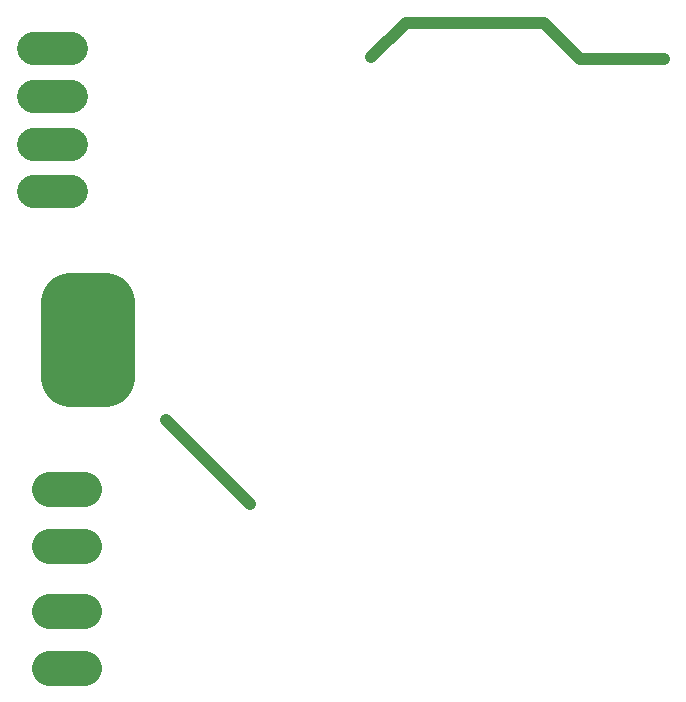
<source format=gtp>
G04 Layer: TopPasteMaskLayer*
G04 EasyEDA v6.4.19.4, 2021-09-27T21:18:42+08:00*
G04 328f29077b91436ca96412054b8b6626,119f753a6ce64b8d841f2ad33262ab0c,10*
G04 Gerber Generator version 0.2*
G04 Scale: 100 percent, Rotated: No, Reflected: No *
G04 Dimensions in millimeters *
G04 leading zeros omitted , absolute positions ,4 integer and 5 decimal *
%FSLAX45Y45*%
%MOMM*%

%ADD13C,1.0000*%
%ADD15C,3.0000*%
%ADD16C,5.0000*%
%ADD17C,2.8000*%

%LPD*%
D13*
X3289300Y6502400D02*
G01*
X3581400Y6794500D01*
X4749800Y6794500D01*
X5054600Y6489700D01*
X5765800Y6489700D01*
X1549400Y3429000D02*
G01*
X2260600Y2717800D01*
D15*
X561200Y1333500D02*
G01*
X861199Y1333500D01*
X561200Y1816100D02*
G01*
X861199Y1816100D01*
D16*
X739000Y4432300D02*
G01*
X1038999Y4432300D01*
X739000Y3797300D02*
G01*
X1038999Y3797300D01*
D17*
X424200Y5365902D02*
G01*
X744199Y5365902D01*
X424200Y5770138D02*
G01*
X744199Y5770138D01*
X424200Y6174366D02*
G01*
X744199Y6174366D01*
D15*
X561200Y2844800D02*
G01*
X861199Y2844800D01*
X561200Y2362200D02*
G01*
X861199Y2362200D01*
D17*
X424200Y6578600D02*
G01*
X744199Y6578600D01*
G36*
X489000Y4464799D02*
G01*
X1288999Y4464799D01*
X1288999Y3764800D01*
X489000Y3764800D01*
G37*
M02*

</source>
